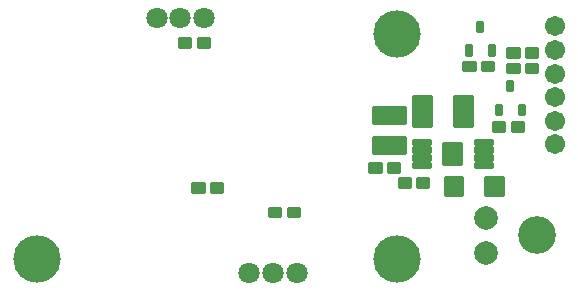
<source format=gbs>
*
*
G04 PADS 9.3.1 Build Number: 456998 generated Gerber (RS-274-X) file*
G04 PC Version=2.1*
*
%IN "air_ssi_1101_00_RELEASE"*%
*
%MOIN*%
*
%FSLAX35Y35*%
*
*
*
*
G04 PC Standard Apertures*
*
*
G04 Thermal Relief Aperture macro.*
%AMTER*
1,1,$1,0,0*
1,0,$1-$2,0,0*
21,0,$3,$4,0,0,45*
21,0,$3,$4,0,0,135*
%
*
*
G04 Annular Aperture macro.*
%AMANN*
1,1,$1,0,0*
1,0,$2,0,0*
%
*
*
G04 Odd Aperture macro.*
%AMODD*
1,1,$1,0,0*
1,0,$1-0.005,0,0*
%
*
*
G04 PC Custom Aperture Macros*
*
*
*
*
*
*
G04 PC Aperture Table*
*
%ADD010C,0.001*%
%ADD025C,0.016*%
%ADD032C,0.012*%
%ADD034C,0.07099*%
%ADD035C,0.158*%
%ADD037C,0.06706*%
%ADD038C,0.07887*%
%ADD039C,0.12611*%
%ADD040C,0.01587*%
%ADD044C,0.018*%
%ADD045C,0.01627*%
*
*
*
*
G04 PC Circuitry*
G04 Layer Name air_ssi_1101_00_RELEASE - circuitry*
%LPD*%
*
*
G04 PC Custom Flashes*
G04 Layer Name air_ssi_1101_00_RELEASE - flashes*
%LPD*%
*
*
G04 PC Circuitry*
G04 Layer Name air_ssi_1101_00_RELEASE - circuitry*
%LPD*%
*
G54D10*
G54D25*
G01X262050Y134300D02*
Y139500D01*
X267250*
Y134300*
X262050*
Y135200D02*
X267250D01*
X262050Y136800D02*
X267250D01*
X262050Y138400D02*
X267250D01*
X263200Y134300D02*
Y139500D01*
X264800Y134300D02*
Y139500D01*
X266400Y134300D02*
Y139500D01*
X248550Y134300D02*
Y139500D01*
X253750*
Y134300*
X248550*
Y135200D02*
X253750D01*
X248550Y136800D02*
X253750D01*
X248550Y138400D02*
X253750D01*
X248800Y134300D02*
Y139500D01*
X250400Y134300D02*
Y139500D01*
X252000Y134300D02*
Y139500D01*
X253600Y134300D02*
Y139500D01*
X243350Y157300D02*
X238150D01*
Y166500*
X243350*
Y157300*
X238150Y157600D02*
X243350D01*
X238150Y159200D02*
X243350D01*
X238150Y160800D02*
X243350D01*
X238150Y162400D02*
X243350D01*
X238150Y164000D02*
X243350D01*
X238150Y165600D02*
X243350D01*
X239200Y157300D02*
Y166500D01*
X240800Y157300D02*
Y166500D01*
X242400Y157300D02*
Y166500D01*
X256850Y157300D02*
X251650D01*
Y166500*
X256850*
Y157300*
X251650Y157600D02*
X256850D01*
X251650Y159200D02*
X256850D01*
X251650Y160800D02*
X256850D01*
X251650Y162400D02*
X256850D01*
X251650Y164000D02*
X256850D01*
X251650Y165600D02*
X256850D01*
X252000Y157300D02*
Y166500D01*
X253600Y157300D02*
Y166500D01*
X255200Y157300D02*
Y166500D01*
X256800Y157300D02*
Y166500D01*
G54D32*
X258200Y178100D02*
Y175500D01*
X254800*
Y178100*
X258200*
X254800Y175600D02*
X258200D01*
X254800Y176800D02*
X258200D01*
X254800Y178000D02*
X258200D01*
X254800Y175500D02*
Y178100D01*
X256000Y175500D02*
Y178100D01*
X257200Y175500D02*
Y178100D01*
X264400D02*
Y175500D01*
X261000*
Y178100*
X264400*
X261000Y175600D02*
X264400D01*
X261000Y176800D02*
X264400D01*
X261000Y178000D02*
X264400D01*
X262000Y175500D02*
Y178100D01*
X263200Y175500D02*
Y178100D01*
X264400Y175500D02*
Y178100D01*
X226900Y144300D02*
Y141700D01*
X223500*
Y144300*
X226900*
X223500Y142000D02*
X226900D01*
X223500Y143200D02*
X226900D01*
X223600Y141700D02*
Y144300D01*
X224800Y141700D02*
Y144300D01*
X226000Y141700D02*
Y144300D01*
X233100D02*
Y141700D01*
X229700*
Y144300*
X233100*
X229700Y142000D02*
X233100D01*
X229700Y143200D02*
X233100D01*
X230800Y141700D02*
Y144300D01*
X232000Y141700D02*
Y144300D01*
X236600Y139200D02*
Y136600D01*
X233200*
Y139200*
X236600*
X233200Y137200D02*
X236600D01*
X233200Y138400D02*
X236600D01*
X233200Y136600D02*
Y139200D01*
X234400Y136600D02*
Y139200D01*
X235600Y136600D02*
Y139200D01*
X242800D02*
Y136600D01*
X239400*
Y139200*
X242800*
X239400Y137200D02*
X242800D01*
X239400Y138400D02*
X242800D01*
X240400Y136600D02*
Y139200D01*
X241600Y136600D02*
Y139200D01*
X242800Y136600D02*
Y139200D01*
X275700Y179900D02*
Y182500D01*
X279100*
Y179900*
X275700*
Y180400D02*
X279100D01*
X275700Y181600D02*
X279100D01*
X276400Y179900D02*
Y182500D01*
X277600Y179900D02*
Y182500D01*
X278800Y179900D02*
Y182500D01*
X269500Y179900D02*
Y182500D01*
X272900*
Y179900*
X269500*
Y180400D02*
X272900D01*
X269500Y181600D02*
X272900D01*
X270400Y179900D02*
Y182500D01*
X271600Y179900D02*
Y182500D01*
X272800Y179900D02*
Y182500D01*
X272900Y177400D02*
Y174800D01*
X269500*
Y177400*
X272900*
X269500Y175600D02*
X272900D01*
X269500Y176800D02*
X272900D01*
X270400Y174800D02*
Y177400D01*
X271600Y174800D02*
Y177400D01*
X272800Y174800D02*
Y177400D01*
X279100D02*
Y174800D01*
X275700*
Y177400*
X279100*
X275700Y175600D02*
X279100D01*
X275700Y176800D02*
X279100D01*
X276400Y174800D02*
Y177400D01*
X277600Y174800D02*
Y177400D01*
X278800Y174800D02*
Y177400D01*
X270900Y155400D02*
Y158000D01*
X274300*
Y155400*
X270900*
Y156400D02*
X274300D01*
X270900Y157600D02*
X274300D01*
X271600Y155400D02*
Y158000D01*
X272800Y155400D02*
Y158000D01*
X274000Y155400D02*
Y158000D01*
X264700Y155400D02*
Y158000D01*
X268100*
Y155400*
X264700*
Y156400D02*
X268100D01*
X264700Y157600D02*
X268100D01*
X265600Y155400D02*
Y158000D01*
X266800Y155400D02*
Y158000D01*
X268000Y155400D02*
Y158000D01*
X196300Y126800D02*
Y129400D01*
X199700*
Y126800*
X196300*
Y127600D02*
X199700D01*
X196300Y128800D02*
X199700D01*
X197200Y126800D02*
Y129400D01*
X198400Y126800D02*
Y129400D01*
X199600Y126800D02*
Y129400D01*
X190100Y126800D02*
Y129400D01*
X193500*
Y126800*
X190100*
Y127600D02*
X193500D01*
X190100Y128800D02*
X193500D01*
X191200Y126800D02*
Y129400D01*
X192400Y126800D02*
Y129400D01*
X170700Y135100D02*
Y137700D01*
X174100*
Y135100*
X170700*
Y136000D02*
X174100D01*
X170700Y137200D02*
X174100D01*
X170800Y135100D02*
Y137700D01*
X172000Y135100D02*
Y137700D01*
X173200Y135100D02*
Y137700D01*
X164500Y135100D02*
Y137700D01*
X167900*
Y135100*
X164500*
Y136000D02*
X167900D01*
X164500Y137200D02*
X167900D01*
X164800Y135100D02*
Y137700D01*
X166000Y135100D02*
Y137700D01*
X167200Y135100D02*
Y137700D01*
X163400Y185900D02*
Y183300D01*
X160000*
Y185900*
X163400*
X160000Y184000D02*
X163400D01*
X160000Y185200D02*
X163400D01*
X160000Y183300D02*
Y185900D01*
X161200Y183300D02*
Y185900D01*
X162400Y183300D02*
Y185900D01*
X169600D02*
Y183300D01*
X166200*
Y185900*
X169600*
X166200Y184000D02*
X169600D01*
X166200Y185200D02*
X169600D01*
X167200Y183300D02*
Y185900D01*
X168400Y183300D02*
Y185900D01*
X169600Y183300D02*
Y185900D01*
G54D34*
X183100Y107800D03*
X190974D03*
X198848D03*
X168000Y193000D03*
X160126D03*
X152252D03*
G54D35*
X112500Y112500D03*
X232500D03*
Y187500D03*
G54D37*
X284900Y190170D03*
Y182296D03*
Y174422D03*
Y166548D03*
Y158674D03*
Y150800D03*
G54D38*
X262092Y126406D03*
Y114594D03*
G54D39*
X279100Y120500D03*
G54D40*
X253457Y144552D02*
X248143D01*
Y151048*
X253457*
Y144552*
X248143Y146035D02*
X253457D01*
X248143Y147622D02*
X253457D01*
X248143Y149209D02*
X253457D01*
X248143Y150797D02*
X253457D01*
X249216Y144552D02*
Y151048D01*
X250803Y144552D02*
Y151048D01*
X252391Y144552D02*
Y151048D01*
G54D44*
X264240Y181050D02*
X263240D01*
Y183550*
X264240*
Y181050*
X263240Y182800D02*
X264240D01*
X263800Y181050D02*
Y183550D01*
X256760Y181050D02*
X255760D01*
Y183550*
X256760*
Y181050*
X255760Y182800D02*
X256760D01*
X256600Y181050D02*
Y183550D01*
X260500Y188924D02*
X259500D01*
Y191424*
X260500*
Y188924*
X259500Y190000D02*
X260500D01*
X260200Y188924D02*
Y191424D01*
X274240Y161250D02*
X273240D01*
Y163750*
X274240*
Y161250*
X273240Y163000D02*
X274240D01*
X266760Y161250D02*
X265760D01*
Y163750*
X266760*
Y161250*
X265760Y163000D02*
X266760D01*
X270500Y169124D02*
X269500D01*
Y171624*
X270500*
Y169124*
X269500Y170200D02*
X270500D01*
G54D45*
X224679Y148120D02*
Y152844D01*
X234521*
Y148120*
X224679*
Y148803D02*
X234521D01*
X224679Y150430D02*
X234521D01*
X224679Y152057D02*
X234521D01*
X225261Y148120D02*
Y152844D01*
X226888Y148120D02*
Y152844D01*
X228515Y148120D02*
Y152844D01*
X230142Y148120D02*
Y152844D01*
X231769Y148120D02*
Y152844D01*
X233395Y148120D02*
Y152844D01*
X224679Y158356D02*
Y163080D01*
X234521*
Y158356*
X224679*
Y158564D02*
X234521D01*
X224679Y160191D02*
X234521D01*
X224679Y161817D02*
X234521D01*
X225261Y158356D02*
Y163080D01*
X226888Y158356D02*
Y163080D01*
X228515Y158356D02*
Y163080D01*
X230142Y158356D02*
Y163080D01*
X231769Y158356D02*
Y163080D01*
X233395Y158356D02*
Y163080D01*
X263753Y152052D02*
Y151225D01*
X258635*
Y152052*
X263753*
X259424Y151225D02*
Y152052D01*
X261050Y151225D02*
Y152052D01*
X262677Y151225D02*
Y152052D01*
X263753Y149493D02*
Y148666D01*
X258635*
Y149493*
X263753*
X258635Y148803D02*
X263753D01*
X259424Y148666D02*
Y149493D01*
X261050Y148666D02*
Y149493D01*
X262677Y148666D02*
Y149493D01*
X263753Y146934D02*
Y146107D01*
X258635*
Y146934*
X263753*
X259424Y146107D02*
Y146934D01*
X261050Y146107D02*
Y146934D01*
X262677Y146107D02*
Y146934D01*
X263753Y144375D02*
Y143548D01*
X258635*
Y144375*
X263753*
X258635Y143923D02*
X263753D01*
X259424Y143548D02*
Y144375D01*
X261050Y143548D02*
Y144375D01*
X262677Y143548D02*
Y144375D01*
X242965D02*
Y143548D01*
X237847*
Y144375*
X242965*
X237847Y143923D02*
X242965D01*
X238276Y143548D02*
Y144375D01*
X239902Y143548D02*
Y144375D01*
X241529Y143548D02*
Y144375D01*
X242965Y146934D02*
Y146107D01*
X237847*
Y146934*
X242965*
X238276Y146107D02*
Y146934D01*
X239902Y146107D02*
Y146934D01*
X241529Y146107D02*
Y146934D01*
X242965Y149493D02*
Y148666D01*
X237847*
Y149493*
X242965*
X237847Y148803D02*
X242965D01*
X238276Y148666D02*
Y149493D01*
X239902Y148666D02*
Y149493D01*
X241529Y148666D02*
Y149493D01*
X242965Y152052D02*
Y151225D01*
X237847*
Y152052*
X242965*
X238276Y151225D02*
Y152052D01*
X239902Y151225D02*
Y152052D01*
X241529Y151225D02*
Y152052D01*
X0Y0D02*
M02*

</source>
